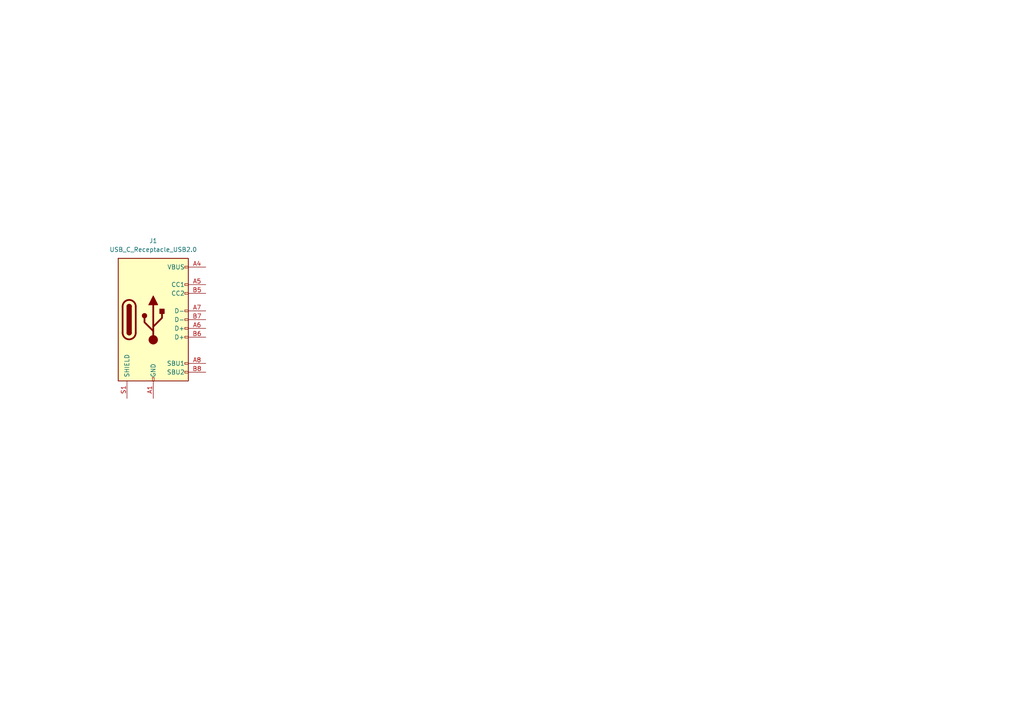
<source format=kicad_sch>
(kicad_sch (version 20230121) (generator eeschema)
  (paper "A4")
  (lib_symbols
    (symbol "Connector:USB_C_Receptacle_USB2.0" (pin_names (offset 1.016))
      (property "Reference" "J" (at -10.16 19.05 0))
      (property "Value" "USB_C_Receptacle_USB2.0" (at 19.05 19.05 0))
      (symbol "USB_C_Receptacle_USB2.0_0_0"
        (rectangle (start -0.254 -17.78) (end 0.254 -16.764))
        (rectangle (start 10.16 -14.986) (end 9.144 -15.494))
        (rectangle (start 10.16 -12.446) (end 9.144 -12.954))
        (rectangle (start 10.16 -4.826) (end 9.144 -5.334))
        (rectangle (start 10.16 -2.286) (end 9.144 -2.794))
        (rectangle (start 10.16 0.254) (end 9.144 -0.254))
        (rectangle (start 10.16 2.794) (end 9.144 2.286))
        (rectangle (start 10.16 7.874) (end 9.144 7.366))
        (rectangle (start 10.16 10.414) (end 9.144 9.906))
        (rectangle (start 10.16 15.494) (end 9.144 14.986))
      )
      (symbol "USB_C_Receptacle_USB2.0_0_1"
        (rectangle (start -10.16 17.78) (end 10.16 -17.78) (stroke (width 0.254)) (fill (type background)))
        (arc (start -8.89 -3.81) (mid -6.985 -5.7067) (end -5.08 -3.81) (stroke (width 0.508)))
        (arc (start -7.62 -3.81) (mid -6.985 -4.4423) (end -6.35 -3.81) (stroke (width 0.254)))
        (arc (start -7.62 -3.81) (mid -6.985 -4.4423) (end -6.35 -3.81) (stroke (width 0.254)) (fill (type outline)))
        (rectangle (start -7.62 -3.81) (end -6.35 3.81) (stroke (width 0.254)) (fill (type outline)))
        (arc (start -6.35 3.81) (mid -6.985 4.4423) (end -7.62 3.81) (stroke (width 0.254)))
        (arc (start -6.35 3.81) (mid -6.985 4.4423) (end -7.62 3.81) (stroke (width 0.254)) (fill (type outline)))
        (arc (start -5.08 3.81) (mid -6.985 5.7067) (end -8.89 3.81) (stroke (width 0.508)))
        (circle (center -2.54 1.143) (radius 0.635) (stroke (width 0.254)) (fill (type outline)))
        (circle (center 0 -5.842) (radius 1.27) (fill (type outline)))
        (polyline (pts (xy -8.89 -3.81) (xy -8.89 3.81)) (stroke (width 0.508)))
        (polyline (pts (xy -5.08 3.81) (xy -5.08 -3.81)) (stroke (width 0.508)))
        (polyline (pts (xy 0 -5.842) (xy 0 4.318)) (stroke (width 0.508)))
        (polyline (pts (xy 0 -3.302) (xy -2.54 -0.762) (xy -2.54 0.508)) (stroke (width 0.508)))
        (polyline (pts (xy 0 -2.032) (xy 2.54 0.508) (xy 2.54 1.778)) (stroke (width 0.508)))
        (polyline (pts (xy -1.27 4.318) (xy 0 6.858) (xy 1.27 4.318) (xy -1.27 4.318)) (stroke (width 0.254)) (fill (type outline)))
        (rectangle (start 1.905 1.778) (end 3.175 3.048) (stroke (width 0.254)) (fill (type outline)))
      )
      (symbol "USB_C_Receptacle_USB2.0_1_1"
        (pin passive line (at 0 -22.86 90) (length 5.08) (name "GND") (number "A1"))
        (pin passive line (at 0 -22.86 90) (length 5.08) hide (name "GND") (number "A12"))
        (pin passive line (at 15.24 15.24 180) (length 5.08) (name "VBUS") (number "A4"))
        (pin bidirectional line (at 15.24 10.16 180) (length 5.08) (name "CC1") (number "A5"))
        (pin bidirectional line (at 15.24 -2.54 180) (length 5.08) (name "D+") (number "A6"))
        (pin bidirectional line (at 15.24 2.54 180) (length 5.08) (name "D-") (number "A7"))
        (pin bidirectional line (at 15.24 -12.7 180) (length 5.08) (name "SBU1") (number "A8"))
        (pin passive line (at 15.24 15.24 180) (length 5.08) hide (name "VBUS") (number "A9"))
        (pin passive line (at 0 -22.86 90) (length 5.08) hide (name "GND") (number "B1"))
        (pin passive line (at 0 -22.86 90) (length 5.08) hide (name "GND") (number "B12"))
        (pin passive line (at 15.24 15.24 180) (length 5.08) hide (name "VBUS") (number "B4"))
        (pin bidirectional line (at 15.24 7.62 180) (length 5.08) (name "CC2") (number "B5"))
        (pin bidirectional line (at 15.24 -5.08 180) (length 5.08) (name "D+") (number "B6"))
        (pin bidirectional line (at 15.24 0 180) (length 5.08) (name "D-") (number "B7"))
        (pin bidirectional line (at 15.24 -15.24 180) (length 5.08) (name "SBU2") (number "B8"))
        (pin passive line (at 15.24 15.24 180) (length 5.08) hide (name "VBUS") (number "B9"))
        (pin passive line (at -7.62 -22.86 90) (length 5.08) (name "SHIELD") (number "S1"))
      )
    )
  )
  (symbol (lib_id "Connector:USB_C_Receptacle_USB2.0") (at 44.45 92.71 0) (unit 1)
    (property "Reference" "J1" (at 44.45 69.85 0))
    (property "Value" "USB_C_Receptacle_USB2.0" (at 44.45 72.39 0))
    (property "Datasheet" "https://www.usb.org/sites/default/files/documents/usb_type-c.zip" (effects hide))
  )
)
</source>
